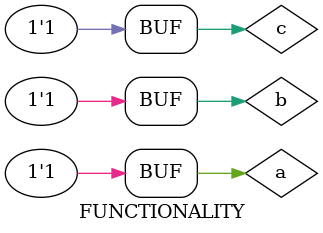
<source format=v>
`include "CMOS.v"
`include "GATE.v"
module FUNCTIONALITY();
    reg a,b,c;
    wire y1,y2;

    //insantiation
    CMOS C1(a,b,c,y1);
    GATE G1(a,b,c,y2);

    initial
    begin
    a=1;b=1;c=1;#10;
    end

    initial
    $monitor("a=%b,b=%b,c=%b,y1=%b,y2=%b,time=%t",a,b,c,y1,y2,$time);
    endmodule

/*    initial
    begin
#20;
    if(y1==y2)
        $display("FUNCTIONALITY EQUIVALENT");
        else
            $display("FUNCTIONALITY NOT EQUIVALENT");
    end
endmodule*/


</source>
